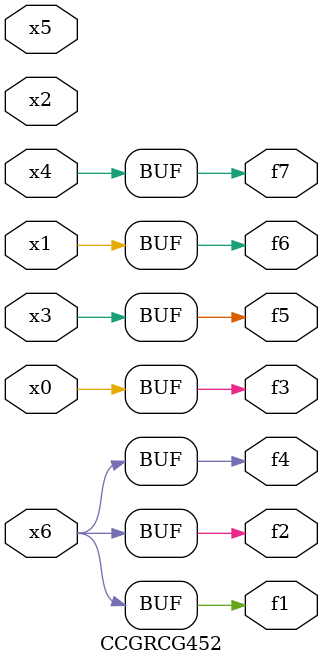
<source format=v>
module CCGRCG452(
	input x0, x1, x2, x3, x4, x5, x6,
	output f1, f2, f3, f4, f5, f6, f7
);
	assign f1 = x6;
	assign f2 = x6;
	assign f3 = x0;
	assign f4 = x6;
	assign f5 = x3;
	assign f6 = x1;
	assign f7 = x4;
endmodule

</source>
